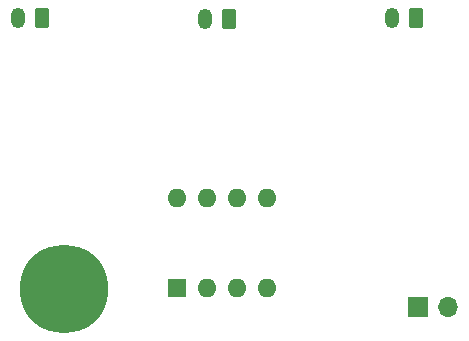
<source format=gbr>
%TF.GenerationSoftware,KiCad,Pcbnew,7.0.2*%
%TF.CreationDate,2023-10-13T13:02:30+05:00*%
%TF.ProjectId,IM100_Override,494d3130-305f-44f7-9665-72726964652e,V1.0*%
%TF.SameCoordinates,Original*%
%TF.FileFunction,Soldermask,Bot*%
%TF.FilePolarity,Negative*%
%FSLAX46Y46*%
G04 Gerber Fmt 4.6, Leading zero omitted, Abs format (unit mm)*
G04 Created by KiCad (PCBNEW 7.0.2) date 2023-10-13 13:02:30*
%MOMM*%
%LPD*%
G01*
G04 APERTURE LIST*
G04 Aperture macros list*
%AMRoundRect*
0 Rectangle with rounded corners*
0 $1 Rounding radius*
0 $2 $3 $4 $5 $6 $7 $8 $9 X,Y pos of 4 corners*
0 Add a 4 corners polygon primitive as box body*
4,1,4,$2,$3,$4,$5,$6,$7,$8,$9,$2,$3,0*
0 Add four circle primitives for the rounded corners*
1,1,$1+$1,$2,$3*
1,1,$1+$1,$4,$5*
1,1,$1+$1,$6,$7*
1,1,$1+$1,$8,$9*
0 Add four rect primitives between the rounded corners*
20,1,$1+$1,$2,$3,$4,$5,0*
20,1,$1+$1,$4,$5,$6,$7,0*
20,1,$1+$1,$6,$7,$8,$9,0*
20,1,$1+$1,$8,$9,$2,$3,0*%
G04 Aperture macros list end*
%ADD10RoundRect,0.250000X0.350000X0.625000X-0.350000X0.625000X-0.350000X-0.625000X0.350000X-0.625000X0*%
%ADD11O,1.200000X1.750000*%
%ADD12C,7.500000*%
%ADD13R,1.600000X1.600000*%
%ADD14O,1.600000X1.600000*%
%ADD15R,1.700000X1.700000*%
%ADD16O,1.700000X1.700000*%
G04 APERTURE END LIST*
D10*
%TO.C,J1*%
X139770000Y-82095000D03*
D11*
X137770000Y-82095000D03*
%TD*%
D12*
%TO.C,H1*%
X110000000Y-105000000D03*
%TD*%
D10*
%TO.C,J3*%
X123950000Y-82210000D03*
D11*
X121950000Y-82210000D03*
%TD*%
D10*
%TO.C,J2*%
X108125000Y-82125000D03*
D11*
X106125000Y-82125000D03*
%TD*%
D13*
%TO.C,U1*%
X119590000Y-104920000D03*
D14*
X122130000Y-104920000D03*
X124670000Y-104920000D03*
X127210000Y-104920000D03*
X127210000Y-97300000D03*
X124670000Y-97300000D03*
X122130000Y-97300000D03*
X119590000Y-97300000D03*
%TD*%
D15*
%TO.C,NTC1*%
X139930000Y-106570000D03*
D16*
X142470000Y-106570000D03*
%TD*%
M02*

</source>
